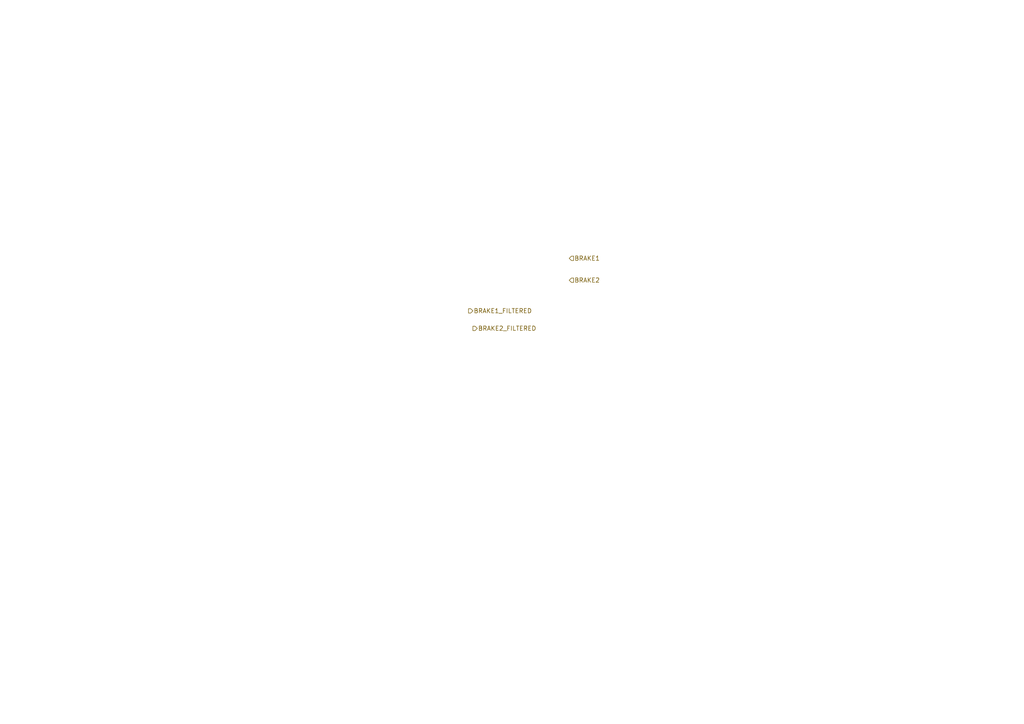
<source format=kicad_sch>
(kicad_sch
	(version 20231120)
	(generator "eeschema")
	(generator_version "8.0")
	(uuid "03ab6faa-b2d6-4ce8-8aaa-8fc7eafab92b")
	(paper "A4")
	(lib_symbols)
	(hierarchical_label "BRAKE2_FILTERED"
		(shape output)
		(at 137.16 95.25 0)
		(fields_autoplaced yes)
		(effects
			(font
				(size 1.27 1.27)
			)
			(justify left)
		)
		(uuid "1ce4e5da-8d4a-4434-9f2e-7d27a15e36d5")
	)
	(hierarchical_label "BRAKE1_FILTERED"
		(shape output)
		(at 135.89 90.17 0)
		(fields_autoplaced yes)
		(effects
			(font
				(size 1.27 1.27)
			)
			(justify left)
		)
		(uuid "797941b2-6c83-4213-9bef-9bc79e741fe9")
	)
	(hierarchical_label "BRAKE1"
		(shape input)
		(at 165.1 74.93 0)
		(fields_autoplaced yes)
		(effects
			(font
				(size 1.27 1.27)
			)
			(justify left)
		)
		(uuid "8244e1b0-5393-43c0-88fa-2900ec69a82a")
	)
	(hierarchical_label "BRAKE2"
		(shape input)
		(at 165.1 81.28 0)
		(fields_autoplaced yes)
		(effects
			(font
				(size 1.27 1.27)
			)
			(justify left)
		)
		(uuid "fdb45809-502d-4239-bc21-2f79701ca2ff")
	)
)

</source>
